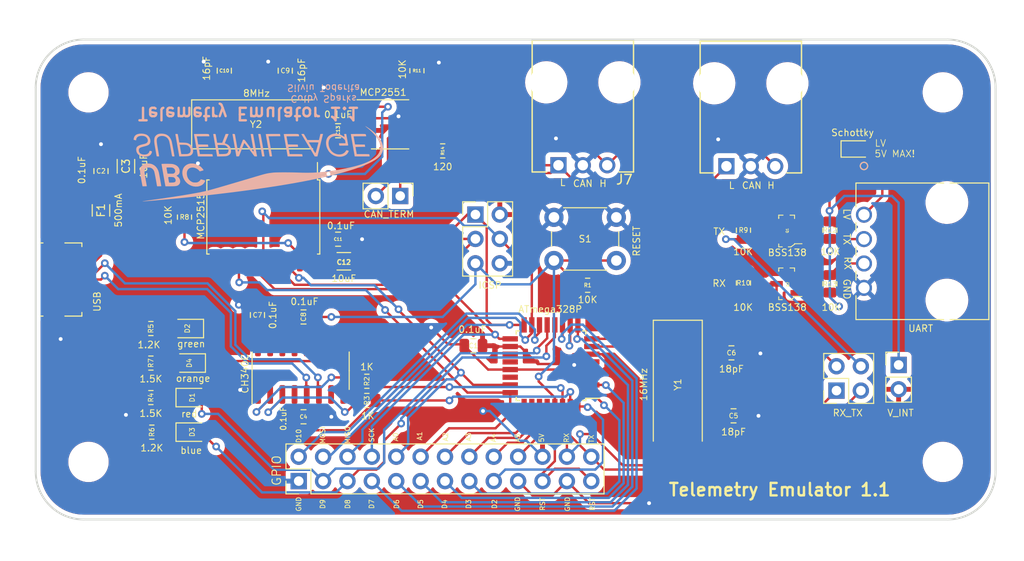
<source format=kicad_pcb>
(kicad_pcb (version 20211014) (generator pcbnew)
  (layers (0 "F.Cu" signal) (31 "B.Cu" signal) (34 "B.Paste" user) (35 "F.Paste" user) (36 "B.SilkS" user "B.Silkscreen") (37 "F.SilkS" user "F.Silkscreen") (38 "B.Mask" user) (39 "F.Mask" user) (44 "Edge.Cuts" user))
  (net 0 "")
  (net 1 "+5V")
  (net 2 "Earth")
  (net 3 "Net-(C5-Pad1)")
  (net 4 "Net-(C6-Pad1)")
  (net 5 "Net-(F1-Pad1)")
  (net 6 "MISO")
  (net 7 "SCK")
  (net 8 "MOSI")
  (net 9 "reset")
  (net 10 "D3")
  (net 11 "D4")
  (net 12 "D5")
  (net 13 "D6")
  (net 14 "D7")
  (net 15 "D8")
  (net 16 "D9")
  (net 20 "CAN_CS")
  (net 21 "CAN_INT")
  (net 22 "D10")
  (net 23 "A2")
  (net 24 "A3")
  (net 25 "A4")
  (net 26 "RX_USB")
  (net 27 "TX")
  (net 28 "A5")
  (net 30 "CANL")
  (net 31 "CANH")
  (net 33 "RX")
  (net 34 "TX_EXT")
  (net 35 "RX_EXT")
  (net 36 "D2")
  (net 37 "Net-(C8-Pad1)")
  (net 46 "Net-(C4-Pad2)")
  (net 47 "Net-(C9-Pad1)")
  (net 48 "Net-(D2-Pad2)")
  (net 49 "Net-(IC2-Pad1)")
  (net 50 "Net-(IC2-Pad2)")
  (net 57 "Net-(IC3-Pad8)")
  (net 58 "Net-(J1-Pad2)")
  (net 59 "Net-(J1-Pad3)")
  (net 60 "Net-(D4-Pad2)")
  (net 61 "Net-(D3-Pad1)")
  (net 62 "Net-(D1-Pad1)")
  (net 63 "Net-(R2-Pad1)")
  (net 64 "Net-(R3-Pad2)")
  (net 65 "Net-(J4-Pad1)")
  (net 66 "V_EXT")
  (net 67 "Net-(IC2-Pad17)")
  (net 68 "Net-(C10-Pad1)")
  (net 69 "Net-(D5-Pad2)")
  (net 70 "TX_USB")
  (footprint "Capacitor_SMD:C_0805_2012Metric" (layer "F.Cu") (at 157.48 92.642)
    (fp_text reference "C6")
    (fp_text value "18pF")
  )
  (footprint "Resistor_SMD:R_0805_2012Metric" (layer "F.Cu") (at 97 97.3)
    (fp_text reference "R4")
    (fp_text value "1.5K")
  )
  (footprint "Resistor_SMD:R_0805_2012Metric" (layer "F.Cu") (at 97 90.106)
    (fp_text reference "R5")
    (fp_text value "1.2K")
  )
  (footprint "MountingHole:MountingHole_3.2mm_M3" (layer "F.Cu") (at 179.5 104)
    (fp_text reference "H3")
    (fp_text value "MountingHole")
  )
  (footprint "Capacitor_SMD:C_1206_3216Metric" (layer "F.Cu") (at 94.4 73.2 90)
    (fp_text reference "C3")
    (fp_text value "10uF")
  )
  (footprint "Package_SO:SOIC-16_3.9x9.9mm_P1.27mm" (layer "F.Cu") (at 112.6 94.5 90)
    (fp_text reference "U1")
    (fp_text value "CH340C")
  )
  (footprint "Capacitor_SMD:C_0805_2012Metric" (layer "F.Cu") (at 157.7 99.2)
    (fp_text reference "C5")
    (fp_text value "18pF")
  )
  (footprint "Fuse:Fuse_1206_3216Metric" (layer "F.Cu") (at 91.8 77.8 90)
    (fp_text reference "F1")
    (fp_text value "500mA")
  )
  (footprint "digikey-footprints:SOT-23-3" (layer "F.Cu") (at 163.2325 79.947 180)
    (fp_text reference "Q1")
    (fp_text value "BSS138")
  )
  (footprint "Capacitor_SMD:C_0805_2012Metric" (layer "F.Cu") (at 104.648 63.246 90)
    (fp_text reference "C10")
    (fp_text value "16pF")
  )
  (footprint "Resistor_SMD:R_0805_2012Metric" (layer "F.Cu") (at 167.7325 85.447 -90)
    (fp_text reference "R13")
    (fp_text value "10K")
  )
  (footprint "LED_SMD:LED_0805_2012Metric" (layer "F.Cu") (at 101.3 100.9)
    (fp_text reference "D3")
    (fp_text value "blue")
  )
  (footprint "Button_Switch_THT:SW_PUSH_6mm" (layer "F.Cu") (at 138.99 78.522)
    (fp_text reference "S1")
    (fp_text value "RESET")
  )
  (footprint "Crystal:Crystal_SMD_HC49-SD" (layer "F.Cu") (at 107.95 68.834)
    (fp_text reference "Y2")
    (fp_text value "8MHz")
  )
  (footprint "Capacitor_SMD:C_0805_2012Metric" (layer "F.Cu") (at 112.9 88.9)
    (fp_text reference "C8")
    (fp_text value "0.1uF")
  )
  (footprint "Connector_PinHeader_2.54mm:PinHeader_2x03_P2.54mm_Vertical" (layer "F.Cu") (at 130.81 78.232)
    (fp_text reference "H1")
    (fp_text value "ICSP")
  )
  (footprint "Capacitor_SMD:C_0805_2012Metric" (layer "F.Cu") (at 130.6 91.9 180)
    (fp_text reference "C1")
    (fp_text value "0.1uF")
  )
  (footprint "Resistor_SMD:R_0805_2012Metric" (layer "F.Cu") (at 119.5 97.6 180)
    (fp_text reference "R3")
    (fp_text value "1K")
  )
  (footprint "MountingHole:MountingHole_3.2mm_M3" (layer "F.Cu") (at 90.5 104)
    (fp_text reference "H4")
    (fp_text value "MountingHole")
  )
  (footprint "Capacitor_SMD:C_0805_2012Metric" (layer "F.Cu") (at 112.9 99.3 180)
    (fp_text reference "C4")
    (fp_text value "0.1uF")
  )
  (footprint "Package_SO:SOIC-8_3.9x4.9mm_P1.27mm" (layer "F.Cu") (at 121.92 68.834)
    (fp_text reference "IC3")
    (fp_text value "MCP2551")
  )
  (footprint "Capacitor_SMD:C_0805_2012Metric" (layer "F.Cu") (at 91.8 73.7 -90)
    (fp_text reference "C2")
    (fp_text value "0.1uF")
  )
  (footprint "Capacitor_SMD:C_0805_2012Metric" (layer "F.Cu") (at 110.998 63.246 90)
    (fp_text reference "C9")
    (fp_text value "16pF")
  )
  (footprint "Connector_Molex:molex-sl-1x03-horizontal" (layer "F.Cu") (at 142 67 180)
    (fp_text reference "J7")
    (fp_text value "CAN")
  )
  (footprint "Capacitor_SMD:C_0805_2012Metric" (layer "F.Cu") (at 108.1 88.7 90)
    (fp_text reference "C7")
    (fp_text value "0.1uF")
  )
  (footprint "Package_SO:SOIC-18W_7.5x11.6mm_P1.27mm" (layer "F.Cu") (at 108.712 78.486 -90)
    (fp_text reference "IC2")
    (fp_text value "MCP2515")
  )
  (footprint "MountingHole:MountingHole_3.2mm_M3" (layer "F.Cu") (at 179.5 65.5)
    (fp_text reference "H2")
    (fp_text value "MountingHole")
  )
  (footprint "Capacitor_SMD:C_0805_2012Metric" (layer "F.Cu") (at 116.5 69.5 180)
    (fp_text reference "C13")
    (fp_text value "0.1uF")
  )
  (footprint "MountingHole:MountingHole_3.2mm_M3" (layer "F.Cu") (at 90.5 65.5)
    (fp_text reference "H5")
    (fp_text value "MountingHole")
  )
  (footprint "Connector_Molex:molex-sl-1x03-horizontal" (layer "F.Cu") (at 159.5 67.1 180)
    (fp_text reference "J8")
    (fp_text value "CAN")
  )
  (footprint "Capacitor_SMD:C_0805_2012Metric" (layer "F.Cu") (at 116.5 80.8)
    (fp_text reference "C11")
    (fp_text value "0.1uF")
  )
  (footprint "Resistor_SMD:R_0805_2012Metric" (layer "F.Cu") (at 97.1 100.9)
    (fp_text reference "R6")
    (fp_text value "1.2K")
  )
  (footprint "Resistor_SMD:R_0805_2012Metric" (layer "F.Cu") (at 124.714 63.246 -90)
    (fp_text reference "R11")
    (fp_text value "10K")
  )
  (footprint "Molex_SL:molex_sl_1x04_horizontal" (layer "F.Cu") (at 171.2885 78.2495 -90)
    (fp_text reference "J6")
    (fp_text value "UART")
  )
  (footprint "Resistor_SMD:R_0805_2012Metric" (layer "F.Cu") (at 127.4 71.6)
    (fp_text reference "R14")
    (fp_text value "120")
  )
  (footprint "Resistor_SMD:R_0805_2012Metric" (layer "F.Cu") (at 119.5 95.6)
    (fp_text reference "R2")
    (fp_text value "1K")
  )
  (footprint "Resistor_SMD:R_0805_2012Metric" (layer "F.Cu") (at 100.5 78.5 90)
    (fp_text reference "R8")
    (fp_text value "10K")
  )
  (footprint "Resistor_SMD:R_0805_2012Metric" (layer "F.Cu") (at 158.7325 79.8595 -90)
    (fp_text reference "R9")
    (fp_text value "10K")
  )
  (footprint "digikey-footprints:SOT-23-3" (layer "F.Cu") (at 163.2325 85.447 180)
    (fp_text reference "Q2")
    (fp_text value "BSS138")
  )
  (footprint "Package_QFP:TQFP-32_7x7mm_P0.8mm" (layer "F.Cu") (at 138.684 93.98 180)
    (fp_text reference "IC1")
    (fp_text value "ATmega328P")
  )
  (footprint "Resistor_SMD:R_0805_2012Metric" (layer "F.Cu") (at 142.5 85.6 180)
    (fp_text reference "R1")
    (fp_text value "10K")
  )
  (footprint "Connector_USB:USB_Micro-B_Molex_47346-0001" (layer "F.Cu") (at 88.1 85 -90)
    (fp_text reference "J1")
    (fp_text value "USB")
  )
  (footprint "LED_SMD:LED_0805_2012Metric" (layer "F.Cu") (at 100.8 90.106 180)
    (fp_text reference "D2")
    (fp_text value "green")
  )
  (footprint "Resistor_SMD:R_0805_2012Metric" (layer "F.Cu") (at 167.7325 79.8595 -90)
    (fp_text reference "R12")
    (fp_text value "10K")
  )
  (footprint "Connector_PinHeader_2.54mm:PinHeader_1x02_P2.54mm_Vertical" (layer "F.Cu") (at 174.9 93.9)
    (fp_text reference "J5")
    (fp_text value "V_INT")
  )
  (footprint "Connector_PinHeader_2.54mm:PinHeader_1x02_P2.54mm_Vertical" (layer "F.Cu") (at 122.975 76.3 -90)
    (fp_text reference "J4")
    (fp_text value "CAN_TERM")
  )
  (footprint "Diode_SMD:D_SOD-323" (layer "F.Cu") (at 170.4 71.4)
    (fp_text reference "D5")
    (fp_text value "Schottky")
  )
  (footprint "LED_SMD:LED_0805_2012Metric" (layer "F.Cu") (at 101 93.7 180)
    (fp_text reference "D4")
    (fp_text value "orange")
  )
  (footprint "LED_SMD:LED_0805_2012Metric" (layer "F.Cu") (at 101.3 97.3)
    (fp_text reference "D1")
    (fp_text value "red")
  )
  (footprint "Capacitor_SMD:C_1206_3216Metric" (layer "F.Cu") (at 117.1 83.1)
    (fp_text reference "C12")
    (fp_text value "10uF")
  )
  (footprint "Resistor_SMD:R_0805_2012Metric" (layer "F.Cu") (at 97 93.706)
    (fp_text reference "R7")
    (fp_text value "1.5K")
  )
  (footprint "Crystal:Crystal_SMD_HC49-SD" (layer "F.Cu") (at 151.892 95.944 -90)
    (fp_text reference "Y1")
    (fp_text value "16MHz")
  )
  (footprint "Connector_PinHeader_2.54mm:PinHeader_2x02_P2.54mm_Vertical" (layer "F.Cu") (at 168.425 96.575 90)
    (fp_text reference "J2")
    (fp_text value "RX_TX")
  )
  (footprint "Resistor_SMD:R_0805_2012Metric" (layer "F.Cu") (at 158.7325 85.3595 -90)
    (fp_text reference "R10")
    (fp_text value "10K")
  )
  (footprint "Connector_PinHeader_2.54mm:PinHeader_2x13_P2.54mm_Vertical" (layer "F.Cu") (at 112.4 106 90)
    (fp_text reference "J3")
    (fp_text value "GPIO")
  )
  (footprint "LOGO" (layer "B.Cu") (at 108 72.2)
    (fp_text reference "G***")
    (fp_text value "LOGO" hide)
  )
  (gr_arc (start 180 60) (mid 183.535534 61.464466) (end 185 65) (layer "Edge.Cuts") (width 0.2))
  (gr_line (start 90 110) (end 180 110) (layer "Edge.Cuts") (width 0.2))
  (gr_rect (start 185 110) (end 185 110) (layer "Edge.Cuts") (width 0.1) (fill none))
  (gr_line (start 185 105) (end 185 65) (layer "Edge.Cuts") (width 0.2))
  (gr_arc (start 185 105) (mid 183.535534 108.535534) (end 180 110) (layer "Edge.Cuts") (width 0.2))
  (gr_line (start 85 105) (end 85 65) (layer "Edge.Cuts") (width 0.2))
  (gr_arc (start 85 65) (mid 86.464466 61.464466) (end 90 60) (layer "Edge.Cuts") (width 0.2))
  (gr_arc (start 90 110) (mid 86.464466 108.535534) (end 85 105) (layer "Edge.Cuts") (width 0.2))
  (gr_line (start 90 60) (end 180 60) (layer "Edge.Cuts") (width 0.2))
  (gr_text "Telemetry Emulator 1.1" (at 107.2 67.7 180) (layer "B.SilkS") (effects (font (size 1.3 1.3) (thickness 0.25)) (justify mirror)))
  (gr_text "Colby Sparks\nSilviu Toderita" (at 115 65.6 180) (layer "B.SilkS") (effects (font (size 0.7 0.7) (thickness 0.1)) (justify mirror)))
  (gr_text "Telemetry Emulator 1.1" (at 162.5 106.9) (layer "F.SilkS") (effects (font (size 1.3 1.3) (thickness 0.25))))
  (gr_text "RX" (at 169.6 83.3 270) (layer "F.SilkS") (effects (font (size 0.7 0.7) (thickness 0.1))))
  (gr_text "GND" (at 169.5 86 270) (layer "F.SilkS") (effects (font (size 0.7 0.7) (thickness 0.1))))
  (gr_text "LV" (at 169.5 78.2 270) (layer "F.SilkS") (effects (font (size 0.7 0.7) (thickness 0.1))))
  (gr_text "TX" (at 169.5 80.8 270) (layer "F.SilkS") (effects (font (size 0.7 0.7) (thickness 0.1))))
  (segment (start 135.484 91.98) (end 137.304 93.8) (width 0.25) (layer "F.Cu") (net 1))
  (segment (start 140 93.8) (end 141.02 92.78) (width 0.25) (layer "F.Cu") (net 1))
  (segment (start 134.434 91.98) (end 135.484 91.98) (width 0.25) (layer "F.Cu") (net 1))
  (segment (start 143.98 92.78) (end 144.4 93.2) (width 0.25) (layer "F.Cu") (net 1))
  (segment (start 144.4 93.2) (end 144.4 94.2) (width 0.25) (layer "F.Cu") (net 1))
  (segment (start 141.02 92.78) (end 142.934 92.78) (width 0.25) (layer "F.Cu") (net 1))
  (segment (start 142.934 92.78) (end 143.98 92.78) (width 0.25) (layer "F.Cu") (net 1))
  (segment (start 144.22 94.38) (end 142.934 94.38) (width 0.25) (layer "F.Cu") (net 1))
  (segment (start 131.63 91.98) (end 134.434 91.98) (width 0.25) (layer "F.Cu") (net 1))
  (segment (start 137.304 93.8) (end 140 93.8) (width 0.25) (layer "F.Cu") (net 1))
  (segment (start 144.4 94.2) (end 144.22 94.38) (width 0.25) (layer "F.Cu") (net 1))
  (via (at 131.6 98.7) (size 0.8) (drill 0.4) (layers "F.Cu" "B.Cu") (net 1))
  (segment (start 135.4 101.8) (end 136.14 101.8) (width 0.25) (layer "B.Cu") (net 1))
  (segment (start 136.14 101.8) (end 137.8 103.46) (width 0.25) (layer "B.Cu") (net 1))
  (segment (start 132.3 98.7) (end 135.4 101.8) (width 0.25) (layer "B.Cu") (net 1))
  (segment (start 131.6 98.7) (end 132.3 98.7) (width 0.25) (layer "B.Cu") (net 1))
  (segment (start 106.174598 87.65) (end 106.158698 87.6341) (width 0.25) (layer "F.Cu") (net 2))
  (segment (start 115.55 65.55) (end 115.55 69.5) (width 0.25) (layer "F.Cu") (net 2))
  (segment (start 108.1 87.65) (end 106.174598 87.65) (width 0.25) (layer "F.Cu") (net 2))
  (segment (start 141.1 94.271) (end 142.009 95.18) (width 0.25) (layer "F.Cu") (net 2))
  (segment (start 115.8 99.3) (end 113.85 99.3) (width 0.25) (layer "F.Cu") (net 2))
  (segment (start 142.009 95.18) (end 142.934 95.18) (width 0.25) (layer "F.Cu") (net 2))
  (segment (start 106.3 96.5) (end 106.775 96.975) (width 0.25) (layer "F.Cu") (net 2))
  (segment (start 141.42 93.58) (end 142.934 93.58) (width 0.25) (layer "F.Cu") (net 2))
  (segment (start 140.62 94.38) (end 134.434 94.38) (width 0.25) (layer "F.Cu") (net 2))
  (segment (start 139.205 70.3) (end 139.2 70.3) (width 0.25) (layer "F.Cu") (net 2))
  (segment (start 127 62.4) (end 126.9335 62.3335) (width 0.25) (layer "F.Cu") (net 2))
  (segment (start 118.575 81.225) (end 119 80.8) (width 0.25) (layer "F.Cu") (net 2))
  (segment (start 122.8 68) (end 122.601 68.199) (width 0.25) (layer "F.Cu") (net 2))
  (segment (start 141.1 93.9) (end 141.42 93.58) (width 0.25) (layer "F.Cu") (net 2))
  (segment (start 118.575 83.1) (end 118.575 81.225) (width 0.25) (layer "F.Cu") (net 2))
  (segment (start 106.775 96.975) (end 108.155 96.975) (width 0.25) (layer "F.Cu") (net 2))
  (segment (start 104.644 62.3) (end 104.648 62.296) (width 0.25) (layer "F.Cu") (net 2))
  (segment (start 142.64 108.3) (end 140.34 106) (width 0.25) (layer "F.Cu") (net 2))
  (segment (start 159.5 73.195) (end 156.605 70.3) (width 0.25) (layer "F.Cu") (net 2))
  (segment (start 89.56 86.3) (end 87.15 86.3) (width 0.25) (layer "F.Cu") (net 2))
  (segment (start 142 73.095) (end 139.205 70.3) (width 0.25) (layer "F.Cu") (net 2))
  (segment (start 89.475 82.5125) (end 87.7875 82.5125) (width 0.25) (layer "F.Cu") (net 2))
  (segment (start 87.7875 82.5125) (end 86.9 81.625) (width 0.25) (layer "F.Cu") (net 2))
  (segment (start 160.5 92.7) (end 158.488 92.7) (width 0.25) (layer "F.Cu") (net 2))
  (segment (start 91.8 70.9) (end 93.575 70.9) (width 0.25) (layer "F.Cu") (net 2))
  (segment (start 109.224 62.296) (end 109.22 62.3) (width 0.25) (layer "F.Cu") (net 2))
  (segment (start 87.6 91.2) (end 87.171 90.771) (width 0.25) (layer "F.Cu") (net 2))
  (segment (start 158.488 92.7) (end 158.43 92.642) (width 0.25) (layer "F.Cu") (net 2))
  (segment (start 148.9 108.3) (end 142.64 108.3) (width 0.25) (layer "F.Cu") (net 2))
  (segment (start 96.1875 100.8875) (end 94.4 99.1) (width 0.25) (layer "F.Cu") (net 2))
  (segment (start 86.9 86.55) (end 86.9 83.85) (width 0.25) (layer "F.Cu") (net 2))
  (segment (start 93.575 70.9) (end 94.4 71.725) (width 0.25) (layer "F.Cu") (net 2))
  (segment (start 87.171 88.646) (end 86.9 88.375) (width 0.25) (layer "F.Cu") (net 2))
  (segment (start 141.1 93.9) (end 140.62 94.38) (width 0.25) (layer "F.Cu") (net 2))
  (segment (start 117.45 80.8) (end 119 80.8) (width 0.25) (layer "F.Cu") (net 2))
  (segment (start 87.171 90.771) (end 87.171 88.646) (width 0.25) (layer "F.Cu") (net 2))
  (segment (start 136.76 107.5) (end 135.26 106) (width 0.25) (layer "F.Cu") (net 2))
  (segment (start 86.9 83.85) (end 86.9 81.625) (width 0.25) (layer "F.Cu") (net 2))
  (segment (start 141.1 93.9) (end 141.1 94.271) (width 0.25) (layer "F.Cu") (net 2))
  (segment (start 129.65 91.9) (end 132.13 94.38) (width 0.25) (layer "F.Cu") (net 2))
  (segment (start 103.632 73.836) (end 102.836 73.836) (width 0.25) (layer "F.Cu") (net 2))
  (segment (start 86.9 88.375) (end 86.9 86.55) (width 0.25) (layer "F.Cu") (net 2))
  (segment (start 115 65) (end 115.55 65.55) (width 0.25) (layer "F.Cu") (net 2))
  (segment (start 127.95 91.75) (end 129.65 91.75) (width 0.25) (layer "F.Cu") (net 2))
  (segment (start 126.2 90) (end 127.95 91.75) (width 0.25) (layer "F.Cu") (net 2))
  (segment (start 138.84 107.5) (end 136.76 107.5) (width 0.25) (layer "F.Cu") (net 2))
  (segment (start 158.65 99.2) (end 160.3 99.2) (width 0.25) (layer "F.Cu") (net 2))
  (segment (start 140.34 106) (end 138.84 107.5) (width 0.25) (layer "F.Cu") (net 2))
  (segment (start 102.5 62.3) (end 104.644 62.3) (width 0.25) (layer "F.Cu") (net 2))
  (segment (start 87.15 86.3) (end 86.9 86.55) (width 0.25) (layer "F.Cu") (net 2))
  (segment (start 86.9 88.375) (end 88.5875 88.375) (width 0.25) (layer "F.Cu") (net 2))
  (segment (start 96.1875 100.9) (end 96.1875 100.8875) (width 0.25) (layer "F.Cu") (net 2))
  (segment (start 91.8 70.9) (end 91.8 72.75) (width 0.25) (layer "F.Cu") (net 2))
  (segment (start 88.5875 88.375) (end 89.475 87.4875) (width 0.25) (layer "F.Cu") (net 2))
  (segment (start 96.0875 97.3) (end 96.0875 97.4125) (width 0.25) (layer "F.Cu") (net 2))
  (segment (start 96.0875 97.4125) (end 94.4 99.1) (width 0.25) (layer "F.Cu") (net 2))
  (segment (start 132.13 94.38) (end 134.434 94.38) (width 0.25) (layer "F.Cu") (net 2))
  (segment (start 156.605 70.3) (end 156.5 70.3) (width 0.25) (layer "F.Cu") (net 2))
  (segment (start 122.601 68.199) (end 119.445 68.199) (width 0.25) (layer "F.Cu") (net 2))
  (segment (start 126.9335 62.3335) (end 124.714 62.3335) (width 0.25) (layer "F.Cu") (net 2))
  (segment (start 110.998 62.296) (end 109.224 62.296) (width 0.25) (layer "F.Cu") (net 2))
  (segment (start 102.836 73.836) (end 101.9 72.9) (width 0.25) (layer "F.Cu") (net 2))
  (via (at 106.158698 87.6341) (size 0.8) (drill 0.4) (layers "F.Cu" "B.Cu") (net 2))
  (via (at 139.2 70.3) (size 0.8) (drill 0.4) (layers "F.Cu" "B.Cu") (net 2))
  (via (at 106.3 96.5) (size 0.8) (drill 0.4) (layers "F.Cu" "B.Cu") (net 2))
  (via (at 101.9 72.9) (size 0.8) (drill 0.4) (layers "F.Cu" "B.Cu") (net 2))
  (via (at 115 65) (size 0.8) (drill 0.4) (layers "F.Cu" "B.Cu") (net 2))
  (via (at 119 80.8) (size 0.8) (drill 0.4) (layers "F.Cu" "B.Cu") (net 2))
  (via (at 141.1 93.9) (size 0.8) (drill 0.4) (layers "F.Cu" "B.Cu") (net 2))
  (via (at 122.8 68) (size 0.8) (drill 0.4) (layers "F.Cu" "B.Cu") (net 2))
  (via (at 126.2 90) (size 0.8) (drill 0.4) (layers "F.Cu" "B.Cu") (net 2))
  (via (at 109.22 62.3) (size 0.8) (drill 0.4) (layers "F.Cu" "B.Cu") (net 2))
  (via (at 127 62.4) (size 0.8) (drill 0.4) (layers "F.Cu" "B.Cu") (net 2))
  (via (at 160.3 99.2) (size 0.8) (drill 0.4) (layers "F.Cu" "B.Cu") (net 2))
  (via (at 156.1 70.4) (size 0.8) (drill 0.4) (layers "F.Cu" "B.Cu") (net 2))
  (via (at 94.4 99.1) (size 0.8) (drill 0.4) (layers "F.Cu" "B.Cu") (net 2))
  (via (at 115.8 99.3) (size 0.8) (drill 0.4) (layers "F.Cu" "B.Cu") (net 2))
  (via (at 91.8 70.9) (size 0.8) (drill 0.4) (layers "F.Cu" "B.Cu") (net 2))
  (via (at 87.6 91.2) (size 0.8) (drill 0.4) (layers "F.Cu" "B.Cu") (net 2))
  (via (at 102.5 62.3) (size 0.8) (drill 0.4) (layers "F.Cu" "B.Cu") (net 2))
  (via (at 160.5 92.7) (size 0.8) (drill 0.4) (layers "F.Cu" "B.Cu") (net 2))
  (via (at 148.9 108.3) (size 0.8) (drill 0.4) (layers "F.Cu" "B.Cu") (net 2))
  (segment (start 155.756 100.194) (end 151.892 100.194) (width 0.25) (layer "F.Cu") (net 3))
  (segment (start 149.3 95.7) (end 149.3 99.3) (width 0.25) (layer "F.Cu") (net 3))
  (segment (start 156.75 99.2) (end 155.756 100.194) (width 0.25) (layer "F.Cu") (net 3))
  (segment (start 149.3 99.3) (end 150.194 100.194) (width 0.25) (layer "F.Cu") (net 3))
  (segment (start 145.58 91.98) (end 149.3 95.7) (width 0.25) (layer "F.Cu") (net 3))
  (segment (start 150.194 100.194) (end 151.892 100.194) (width 0.25) (layer "F.Cu") (net 3))
  (segment (start 142.934 91.98) (end 145.58 91.98) (width 0.25) (layer "F.Cu") (net 3))
  (segment (start 155.582 91.694) (end 151.892 91.694) (width 0.25) (layer "F.Cu") (net 4))
  (segment (start 142.934 91.18) (end 151.378 91.18) (width 0.25) (layer "F.Cu") (net 4))
  (segment (start 151.378 91.18) (end 151.892 91.694) (width 0.25) (layer "F.Cu") (net 4))
  (segment (start 156.53 92.642) (end 155.582 91.694) (width 0.25) (layer "F.Cu") (net 4))
  (segment (start 91.8 82.5) (end 91.8 79.2) (width 0.25) (layer "F.Cu") (net 5))
  (segment (start 90.6 83.7) (end 91.8 82.5) (width 0.25) (layer "F.Cu") (net 5))
  (segment (start 89.66 83.7) (end 90.6 83.7) (width 0.25) (layer "F.Cu") (net 5))
  (segment (start 131.985 89.210305) (end 131.985 79.407) (width 0.25) (layer "F.Cu") (net 6))
  (segment (start 129.968 78.232) (end 122.65 85.55) (width 0.25) (layer "F.Cu") (net 6))
  (segment (start 134.37 89.73) (end 132.504695 89.73) (width 0.25) (layer "F.Cu") (net 6))
  (segment (start 131.985 79.407) (end 130.81 78.232) (width 0.25) (layer "F.Cu") (net 6))
  (segment (start 122.65 85.55) (end 111.969249 85.55) (width 0.25) (layer "F.Cu") (net 6))
  (segment (start 109.982 83.562751) (end 109.982 83.136) (width 0.25) (layer "F.Cu") (net 6))
  (segment (start 130.81 78.232) (end 129.968 78.232) (width 0.25) (layer "F.Cu") (net 6))
  (segment (start 111.969249 85.55) (end 109.982 83.562751) (width 0.25) (layer "F.Cu") (net 6))
  (segment (start 135.884 89.73) (end 134.37 89.73) (width 0.25) (layer "F.Cu") (net 6))
  (segment (start 132.504695 89.73) (end 131.985 89.210305) (width 0.25) (layer "F.Cu") (net 6))
  (via (at 134.37 89.73) (size 0.8) (drill 0.4) (layers "F.Cu" "B.Cu") (net 6))
  (segment (start 134.37 89.73) (end 129.942792 89.73) (width 0.25) (layer "B.Cu") (net 6))
  (segment (start 129.942792 89.73) (end 119.04 100.632792) (width 0.25) (layer "B.Cu") (net 6))
  (segment (start 119.04 100.632792) (end 119.04 101.9) (width 0.25) (layer "B.Cu") (net 6))
  (segment (start 119.04 101.9) (end 117.48 103.46) (width 0.25) (layer "B.Cu") (net 6))
  (segment (start 128.6 86.474695) (end 128.6 82.982) (width 0.25) (layer "F.Cu") (net 7))
  (segment (start 132.862652 90.737348) (end 128.6 86.474695) (width 0.25) (layer "F.Cu") (net 7))
  (segment (start 133.305305 91.18) (end 132.862652 90.737348) (width 0.25) (layer "F.Cu") (net 7))
  (segment (start 128.528 80.772) (end 123.3 86) (width 0.25) (layer "F.Cu") (net 7))
  (segment (start 107.442 83.562751) (end 107.442 83.136) (width 0.25) (layer "F.Cu") (net 7))
  (segment (start 109.879249 86) (end 107.442 83.562751) (width 0.25) (layer "F.Cu") (net 7))
  (segment (start 123.3 86) (end 109.879249 86) (width 0.25) (layer "F.Cu") (net 7))
  (segment (start 128.6 82.982) (end 130.81 80.772) (width 0.25) (layer "F.Cu") (net 7))
  (segment (start 134.434 91.18) (end 133.305305 91.18) (width 0.25) (layer "F.Cu") (net 7))
  (segment (start 130.81 80.772) (end 128.528 80.772) (width 0.25) (layer "F.Cu") (net 7))
  (via (at 132.862652 90.737348) (size 0.8) (drill 0.4) (layers "F.Cu" "B.Cu") (net 7))
  (segment (start 129.57184 90.737348) (end 132.862652 90.737348) (width 0.25) (layer "B.Cu") (net 7))
  (segment (start 120.02 100.289188) (end 129.57184 90.737348) (width 0.25) (layer "B.Cu") (net 7))
  (segment (start 120.02 103.46) (end 120.02 100.289188) (width 0.25) (layer "B.Cu") (net 7))
  (segment (start 136.684 89.73) (end 136.684 84.106) (width 0.25) (layer "F.Cu") (net 8))
  (segment (start 136 91.3) (end 136 91.274198) (width 0.25) (layer "F.Cu") (net 8))
  (segment (start 108.6 77.9) (end 108.712 78.012) (width 0.25) (layer "F.Cu") (net 8))
  (segment (start 136.687099 89.733099) (end 136.684 89.73) (width 0.25) (layer "F.Cu") (net 8))
  (segment (start 136 91.274198) (end 136.687099 90.587099) (width 0.25) (layer "F.Cu") (net 8))
  (segment (start 108.712 78.012) (end 108.712 83.136) (width 0.25) (layer "F.Cu") (net 8))
  (segment (start 136.687099 90.587099) (end 136.687099 89.733099) (width 0.25) (layer "F.Cu") (net 8))
  (segment (start 136.684 84.106) (end 133.35 80.772) (width 0.25) (layer "F.Cu") (net 8))
  (via (at 108.6 77.9) (size 0.8) (drill 0.4) (layers "F.Cu" "B.Cu") (net 8))
  (via (at 136 91.3) (size 0.8) (drill 0.4) (layers "F.Cu" "B.Cu") (net 8))
  (segment (start 131.985 79.407) (end 133.35 80.772) (width 0.25) (layer "B.Cu") (net 8))
  (segment (start 115.54 103.46) (end 114.94 103.46) (width 0.25) (layer "B.Cu") (net 8))
  (segment (start 128.828 78.6) (end 129.635 79.407) (width 0.25) (layer "B.Cu") (net 8))
  (segment (start 135.5 90.8) (end 135.5 89.5) (width 0.25) (layer "B.Cu") (net 8))
  (segment (start 135.5 89.5) (end 135 89) (width 0.25) (layer "B.Cu") (net 8))
  (segment (start 129.635 79.407) (end 131.985 79.407) (width 0.25) (layer "B.Cu") (net 8))
  (segment (start 135 89) (end 130.036396 89) (width 0.25) (layer "B.Cu") (net 8))
  (segment (start 108.6 77.9) (end 109.3 78.6) (width 0.25) (layer "B.Cu") (net 8))
  (segment (start 130.036396 89) (end 115.576396 103.46) (width 0.25) (layer "B.Cu") (net 8))
  (segment (start 115.576396 103.46) (end 114.94 103.46) (width 0.25) (layer "B.Cu") (net 8))
  (segment (start 136 91.3) (end 135.5 90.8) (width 0.25) (layer "B.Cu") (net 8))
  (segment (start 109.3 78.6) (end 128.828 78.6) (width 0.25) (layer "B.Cu") (net 8))
  (segment (start 137.4 95.621) (end 139.084 97.305) (width 0.25) (layer "F.Cu") (net 9))
  (segment (start 141.5875 85.6) (end 141.568 85.6) (width 0.25) (layer "F.Cu") (net 9))
  (segment (start 141.568 85.6) (end 138.99 83.022) (width 0.25) (layer "F.Cu") (net 9))
  (segment (start 137.4 95.1045) (end 137.4 95.621) (width 0.25) (layer "F.Cu") (net 9))
  (segment (start 137.8 105.2) (end 137.8 106) (width 0.25) (layer "F.Cu") (net 9))
  (segment (start 113.85 88.9) (end 115.8 88.9) (width 0.25) (layer "F.Cu") (net 9))
  (segment (start 139.084 104.716) (end 141.596 104.716) (width 0.25) (layer "F.Cu") (net 9))
  (segment (start 145.49 83.022) (end 138.99 83.022) (width 0.25) (layer "F.Cu") (net 9))
  (segment (start 139.084 103.916) (end 137.8 105.2) (width 0.25) (layer "F.Cu") (net 9))
  (segment (start 139.084 104.716) (end 137.8 106) (width 0.25) (layer "F.Cu") (net 9))
  (segment (start 139.084 97.305) (end 139.084 98.23) (width 0.25) (layer "F.Cu") (net 9))
  (segment (start 139.084 98.23) (end 139.084 103.916) (width 0.25) (layer "F.Cu") (net 9))
  (segment (start 141.596 104.716) (end 142.88 106) (width 0.25) (layer "F.Cu") (net 9))
  (via (at 137.4 95.1045) (size 0.8) (drill 0.4) (layers "F.Cu" "B.Cu") (net 9))
  (via (at 115.8 88.9) (size 0.8) (drill 0.4) (layers "F.Cu" "B.Cu") (net 9))
  (segment (start 136.512 85.5) (end 138.99 83.022) (width 0.25) (layer "B.Cu") (net 9))
  (segment (start 127.4 88.9) (end 130.81 85.49) (width 0.25) (layer "B.Cu") (net 9))
  (segment (start 115.8 88.9) (end 127.4 88.9) (width 0.25) (layer "B.Cu") (net 9))
  (segment (start 138.99 93.5145) (end 138.99 83.022) (width 0.25) (layer "B.Cu") (net 9))
  (segment (start 137.4 95.1045) (end 138.99 93.5145) (width 0.25) (layer "B.Cu") (net 9))
  (segment (start 130.81 85.49) (end 130.81 83.312) (width 0.25) (layer "B.Cu") (net 9))
  (segment (start 132.998 85.5) (end 130.81 83.312) (width 0.25) (layer "B.Cu") (net 9))
  (segment (start 136.512 85.5) (end 132.998 85.5) (width 0.25) (layer "B.Cu") (net 9))
  (segment (start 144.2 98.046) (end 142.934 96.78) (width 0.25) (layer "F.Cu") (net 10))
  (segment (start 144.2 98.1) (end 144.2 98.046) (width 0.25) (layer "F.Cu") (net 10))
  (via (at 144.2 98.1) (size 0.8) (drill 0.4) (layers "F.Cu" "B.Cu") (net 10))
  (segment (start 145.8 99.654502) (end 145.8 106.027208) (width 0.25) (layer "B.Cu") (net 10))
  (segment (start 144.2 98.1) (end 144.245498 98.1) (width 0.25) (layer "B.Cu") (net 10))
  (segment (start 144.245498 98.1) (end 145.8 99.654502) (width 0.25) (layer "B.Cu") (net 10))
  (segment (start 145.8 106.027208) (end 144.527208 107.3) (width 0.25) (layer "B.Cu") (net 10))
  (segment (start 131.48 107.3) (end 130.18 106) (width 0.25) (layer "B.Cu") (net 10))
  (segment (start 144.527208 107.3) (end 131.48 107.3) (width 0.25) (layer "B.Cu") (net 10))
  (segment (start 144.4 96) (end 144.38 95.98) (width 0.25) (layer "F.Cu") (net 11))
  (segment (start 144.38 95.98) (end 142.934 95.98) (width 0.25) (layer "F.Cu") (net 11))
  (via (at 144.4 96) (size 0.8) (drill 0.4) (layers "F.Cu" "B.Cu") (net 11))
  (segment (start 144.713604 107.75) (end 129.39 107.75) (width 0.25) (layer "B.Cu") (net 11))
  (segment (start 146.25 97.85) (end 146.25 106.213604) (width 0.25) (layer "B.Cu") (net 11))
  (segment (start 146.25 106.213604) (end 144.713604 107.75) (width 0.25) (layer "B.Cu") (net 11))
  (segment (start 129.39 107.75) (end 127.64 106) (width 0.25) (layer "B.Cu") (net 11))
  (segment (start 144.4 96) (end 146.25 97.85) (width 0.25) (layer "B.Cu") (net 11))
  (segment (start 141.484 91.116) (end 141.4 91.2) (width 0.25) (layer "F.Cu") (net 12))
  (segment (start 141.484 89.73) (end 141.484 91.116) (width 0.25) (layer "F.Cu") (net 12))
  (via (at 141.4 91.2) (size 0.8) (drill 0.4) (layers "F.Cu" "B.Cu") (net 12))
  (segment (start 127.3 108.2) (end 125.1 106) (width 0.25) (layer "B.Cu") (net 12))
  (segment (start 146.7 106.4) (end 144.9 108.2) (width 0.25) (layer "B.Cu") (net 12))
  (segment (start 146.7 96) (end 146.7 106.4) (width 0.25) (layer "B.Cu") (net 12))
  (segment (start 144.9 108.2) (end 127.3 108.2) (width 0.25) (layer "B.Cu") (net 12))
  (segment (start 141.4 91.2) (end 141.9 91.2) (width 0.25) (layer "B.Cu") (net 12))
  (segment (start 141.9 91.2) (end 146.7 96) (width 0.25) (layer "B.Cu") (net 12))
  (segment (start 140.675 89.739) (end 140.675 91.825) (width 0.25) (layer "F.Cu") (net 13))
  (segment (start 140.684 89.73) (end 140.675 89.739) (width 0.25) (layer "F.Cu") (net 13))
  (segment (start 140.675 91.825) (end 140.6 91.9) (width 0.25) (layer "F.Cu") (net 13))
  (via (at 140.6 91.9) (size 0.8) (drill 0.4) (layers "F.Cu" "B.Cu") (net 13))
  (segment (start 147.15 106.586396) (end 145.086396 108.65) (width 0.25) (layer "B.Cu") (net 13))
  (segment (start 140.6 91.9) (end 140.6 90.8) (width 0.25) (layer "B.Cu") (net 13))
  (segment (start 147.15 95.55) (end 147.15 106.586396) (width 0.25) (layer "B.Cu") (net 13))
  (segment (start 125.21 108.65) (end 122.56 106) (width 0.25) (layer "B.Cu") (net 13))
  (segment (start 145.086396 108.65) (end 125.21 108.65) (width 0.25) (layer "B.Cu") (net 13))
  (segment (start 141.2 90.2) (end 141.8 90.2) (width 0.25) (layer "B.Cu") (net 13))
  (segment (start 140.6 90.8) (end 141.2 90.2) (width 0.25) (layer "B.Cu") (net 13))
  (segment (start 141.8 90.2) (end 147.15 95.55) (width 0.25) (layer "B.Cu") (net 13))
  (segment (start 139.884 89.73) (end 139.884 91.116) (width 0.25) (layer "F.Cu") (net 14))
  (segment (start 139.884 91.116) (end 139.8 91.2) (width 0.25) (layer "F.Cu") (net 14))
  (via (at 139.8 91.2) (size 0.8) (drill 0.4) (layers "F.Cu" "B.Cu") (net 14))
  (segment (start 145.272792 109.1) (end 123.12 109.1) (width 0.25) (layer "B.Cu") (net 14))
  (segment (start 123.12 109.1) (end 120.02 106) (width 0.25) (layer "B.Cu") (net 14))
  (segment (start 140.8 89.7) (end 142 89.7) (width 0.25) (layer "B.Cu") (net 14))
  (segment (start 147.6 106.772792) (end 145.272792 109.1) (width 0.25) (layer "B.Cu") (net 14))
  (segment (start 139.8 91.2) (end 139.8 90.7) (width 0.25) (layer "B.Cu") (net 14))
  (segment (start 147.6 95.3) (end 147.6 106.772792) (width 0.25) (layer "B.Cu") (net 14))
  (segment (start 139.8 90.7) (end 140.8 89.7) (width 0.25) (layer "B.Cu") (net 14))
  (segment (start 142 89.7) (end 147.6 95.3) (width 0.25) (layer "B.Cu") (net 14))
  (segment (start 138.2 91.9) (end 138.2 93) (width 0.25) (layer "F.Cu") (net 15))
  (segment (start 103.7375 102.4) (end 102.2375 100.9) (width 0.25) (layer "F.Cu") (net 15))
  (segment (start 139.084 89.73) (end 139.084 91.016) (width 0.25) (layer "F.Cu") (net 15))
  (segment (start 139.084 91.016) (end 138.2 91.9) (width 0.25) (layer "F.Cu") (net 15))
  (segment (start 120.5 104.8) (end 118.68 104.8) (width 0.25) (layer "F.Cu") (net 15))
  (segment (start 118.68 104.8) (end 117.48 106) (width 0.25) (layer "F.Cu") (net 15))
  (segment (start 103.8 102.4) (end 103.7375 102.4) (width 0.25) (layer "F.Cu") (net 15))
  (segment (start 121.3 104) (end 120.5 104.8) (width 0.25) (layer "F.Cu") (net 15))
  (segment (start 123.0755 100) (end 121.3 101.7755) (width 0.25) (layer "F.Cu") (net 15))
  (segment (start 121.3 101.7755) (end 121.3 104) (width 0.25) (layer "F.Cu") (net 15))
  (via (at 123.0755 100) (size 0.8) (drill 0.4) (layers "F.Cu" "B.Cu") (net 15))
  (via (at 138.2 93) (size 0.8) (drill 0.4) (layers "F.Cu" "B.Cu") (net 15))
  (via (at 103.8 102.4) (size 0.8) (drill 0.4) (layers "F.Cu" "B.Cu") (net 15))
  (segment (start 103.8 102.4) (end 108.575 107.175) (width 0.25) (layer "B.Cu") (net 15))
  (segment (start 129.438604 93.125) (end 138.075 93.125) (width 0.25) (layer "B.Cu") (net 15))
  (segment (start 116.305 107.175) (end 117.48 106) (width 0.25) (layer "B.Cu") (net 15))
  (segment (start 138.075 93.125) (end 138.2 93) (width 0.25) (layer "B.Cu") (net 15))
  (segment (start 123.0755 99.488104) (end 129.438604 93.125) (width 0.25) (layer "B.Cu") (net 15))
  (segment (start 108.575 107.175) (end 116.305 107.175) (width 0.25) (layer "B.Cu") (net 15))
  (segment (start 123.0755 100) (end 123.0755 99.488104) (width 0.25) (layer "B.Cu") (net 15))
  (segment (start 138.284 91.116) (end 137.2 92.2) (width 0.25) (layer "F.Cu") (net 16))
  (segment (start 138.284 89.73) (end 138.284 91.116) (width 0.25) (layer "F.Cu") (net 16))
  (segment (start 102.3 99) (end 102.3 97.3625) (width 0.25) (layer "F.Cu") (net 16))
  (segment (start 102.3 97.3625) (end 102.2375 97.3) (width 0.25) (layer "F.Cu") (net 16))
  (segment (start 137.2 92.2) (end 137.2 92.4) (width 0.25) (layer "F.Cu") (net 16))
  (via (at 137.2 92.4) (size 0.8) (drill 0.4) (layers "F.Cu" "B.Cu") (net 16))
  (via (at 102.3 99) (size 0.8) (drill 0.4) (layers "F.Cu" "B.Cu") (net 16))
  (segment (start 137.2 92.4) (end 136.925 92.675) (width 0.25) (layer "B.Cu") (net 16))
  (segment (start 136.925 92.675) (end 129.252208 92.675) (width 0.25) (layer "B.Cu") (net 16))
  (segment (start 109.825 104.825) (end 113.765 104.825) (width 0.25) (layer "B.Cu") (net 16))
  (segment (start 102.3 99) (end 104 99) (width 0.25) (layer "B.Cu") (net 16))
  (segment (start 121.3 104.1) (end 120.7 104.7) (width 0.25) (layer "B.Cu") (net 16))
  (segment (start 104 99) (end 109.825 104.825) (width 0.25) (layer "B.Cu") (net 16))
  (segment (start 113.765 104.825) (end 114.94 106) (width 0.25) (layer "B.Cu") (net 16))
  (segment (start 116.24 104.7) (end 114.94 106) (width 0.25) (layer "B.Cu") (net 16))
  (segment (start 120.7 104.7) (end 116.24 104.7) (width 0.25) (layer "B.Cu") (net 16))
  (segment (start 129.252208 92.675) (end 121.3 100.627208) (width 0.25) (layer "B.Cu") (net 16))
  (segment (start 121.3 100.627208) (end 121.3 104.1) (width 0.25) (layer "B.Cu") (net 16))
  (segment (start 130.58 95.98) (end 134.434 95.98) (width 0.25) (layer "F.Cu") (net 20))
  (segment (start 111.252 83.136) (end 111.252 83.655576) (width 0.25) (layer "F.Cu") (net 20))
  (segment (start 111.252 83.655576) (end 112.421924 84.8255) (width 0.25) (layer "F.Cu") (net 20))
  (segment (start 122.8 88.2) (end 130.58 95.98) (width 0.25) (layer "F.Cu") (net 20))
  (segment (start 122.8 88.1) (end 122.8 88.2) (width 0.25) (layer "F.Cu") (net 20))
  (via (at 112.421924 84.8255) (size 0.8) (drill 0.4) (layers "F.Cu" "B.Cu") (net 20))
  (via (at 122.8 88.1) (size 0.8) (drill 0.4) (layers "F.Cu" "B.Cu") (net 20))
  (via (at 129.3 94.7) (size 0.8) (drill 0.4) (layers "F.Cu" "B.Cu") (net 20))
  (segment (start 123.8 99.4) (end 123.8 102.22) (width 0.25) (layer "B.Cu") (net 20))
  (segment (start 122.8 88.1) (end 120.3 85.6) (width 0.25) (layer "B.Cu") (net 20))
  (segment (start 112.897424 84.8255) (end 112.421924 84.8255) (width 0.25) (layer "B.Cu") (net 20))
  (segment (start 127.8 95.4) (end 123.8 99.4) (width 0.25) (layer "B.Cu") (net 20))
  (segment (start 129.3 94.7) (end 128.6 95.4) (width 0.25) (layer "B.Cu") (net 20))
  (segment (start 120.3 85.6) (end 113.671924 85.6) (width 0.25) (layer "B.Cu") (net 20))
  (segment (start 123.8 102.22) (end 122.56 103.46) (width 0.25) (layer "B.Cu") (net 20))
  (segment (start 128.6 95.4) (end 127.8 95.4) (width 0.25) (layer "B.Cu") (net 20))
  (segment (start 113.671924 85.6) (end 112.897424 84.8255) (width 0.25) (layer "B.Cu") (net 20))
  (segment (start 121.4 88.1755) (end 121.4 88.2) (width 0.25) (layer "F.Cu") (net 21))
  (segment (start 121.4 88.2) (end 129.98 96.78) (width 0.25) (layer "F.Cu") (net 21))
  (segment (start 128.06 100.5) (end 125.1 103.46) (width 0.25) (layer "F.Cu") (net 21))
  (segment (start 106.172 85.272) (end 106.172 83.136) (width 0.25) (layer "F.Cu") (net 21))
  (segment (start 134.434 96.78) (end 134.434 98.966) (width 0.25) (layer "F.Cu") (net 21))
  (segment (start 132.9 100.5) (end 128.06 100.5) (width 0.25) (layer "F.Cu") (net 21))
  (segment (start 106.2 85.3) (end 106.172 85.272) (width 0.25) (layer "F.Cu") (net 21))
  (segment (start 134.434 98.966) (end 132.9 100.5) (width 0.25) (layer "F.Cu") (net 21))
  (segment (start 129.98 96.78) (end 134.434 96.78) (width 0.25) (layer "F.Cu") (net 21))
  (via (at 106.2 85.3) (size 0.8) (drill 0.4) (layers "F.Cu" "B.Cu") (net 21))
  (via (at 121.4 88.1755) (size 0.8) (drill 0.4) (layers "F.Cu" "B.Cu") (net 21))
  (segment (start 108.3 85.3) (end 106.2 85.3) (width 0.25) (layer "B.Cu") (net 21))
  (segment (start 121.4 88.1) (end 119.4 86.1) (width 0.25) (layer "B.Cu") (net 21))
  (segment (start 109.1 86.1) (end 108.3 85.3) (width 0.25) (layer "B.Cu") (net 21))
  (segment (start 119.4 86.1) (end 109.1 86.1) (width 0.25) (layer "B.Cu") (net 21))
  (segment (start 121.4 88.1755) (end 121.4 88.1) (width 0.25) (layer "B.Cu") (net 21))
  (segment (start 136.999503 91.3) (end 136.999503 91.000497) (width 0.25) (layer "F.Cu") (net 22))
  (segment (start 136.999503 91.000497) (end 137.5 90.5) (width 0.25) (layer "F.Cu") (net 22))
  (via (at 136.999503 91.3) (size 0.8) (drill 0.4) (layers "F.Cu" "B.Cu") (net 22))
  (segment (start 136.999503 91.3) (end 136.999503 90.199503) (width 0.25) (layer "B.Cu") (net 22))
  (segment (start 117.5 100.9) (end 114.96 100.9) (width 0.25) (layer "B.Cu") (net 22))
  (segment (start 135.35 88.55) (end 129.85 88.55) (width 0.25) (layer "B.Cu") (net 22))
  (segment (start 129.85 88.55) (end 117.5 100.9) (width 0.25) (layer "B.Cu") (net 22))
  (segment (start 136.999503 90.199503) (end 135.35 88.55) (width 0.25) (layer "B.Cu") (net 22))
  (segment (start 114.96 100.9) (end 112.4 103.46) (width 0.25) (layer "B.Cu") (net 22))
  (segment (start 135.884 98.23) (end 135.884 100.116) (width 0.25) (layer "F.Cu") (net 23))
  (segment (start 135 101) (end 130.1 101) (width 0.25) (layer "F.Cu") (net 23))
  (segment (start 135.884 100.116) (end 135 101) (width 0.25) (layer "F.Cu") (net 23))
  (segment (start 130.1 101) (end 127.64 103.46) (width 0.25) (layer "F.Cu") (net 23))
  (segment (start 136.684 100.216) (end 135.4 101.5) (width 0.25) (layer "F.Cu") (net 24))
  (segment (start 135.4 101.5) (end 132.14 101.5) (width 0.25) (layer "F.Cu") (net 24))
  (segment (start 132.14 101.5) (end 130.18 103.46) (width 0.25) (layer "F.Cu") (net 24))
  (segment (start 136.684 98.23) (end 136.684 100.216) (width 0.25) (layer "F.Cu") (net 24))
  (segment (start 137.484 100.216) (end 135.7 102) (width 0.25) (layer "F.Cu") (net 25))
  (segment (start 135.7 102) (end 134.18 102) (width 0.25) (layer "F.Cu") (net 25))
  (segment (start 134.18 102) (end 132.72 103.46) (width 0.25) (layer "F.Cu") (net 25))
  (segment (start 137.484 98.23) (end 137.484 100.216) (width 0.25) (layer "F.Cu") (net 25))
  (segment (start 104.2 93.5) (end 118.3125 93.5) (width 0.25) (layer "F.Cu") (net 26))
  (segment (start 101.7375 91.0375) (end 104.2 93.5) (width 0.25) (layer "F.Cu") (net 26))
  (segment (start 160.65 104.35) (end 168.425 96.575) (width 0.25) (layer "F.Cu") (net 26))
  (segment (start 120.4125 95.6) (end 121.0125 96.2) (width 0.25) (layer "F.Cu") (net 26))
  (segment (start 139.884 98.23) (end 139.884 96.484) (width 0.25) (layer "F.Cu") (net 26))
  (segment (start 146.15 104.35) (end 160.65 104.35) (width 0.25) (layer "F.Cu") (net 26))
  (segment (start 118.3125 93.5) (end 120.4125 95.6) (width 0.25) (layer "F.Cu") (net 26))
  (segment (start 101.7375 90.106) (end 101.7375 91.0375) (width 0.25) (layer "F.Cu") (net 26))
  (segment (start 139.884 98.23) (end 139.884 101.384) (width 0.25) (layer "F.Cu") (net 26))
  (segment (start 140.34 101.84) (end 140.34 103.46) (width 0.25) (layer "F.Cu") (net 26))
  (segment (start 141.7 101.1) (end 142.9 101.1) (width 0.25) (layer "F.Cu") (net 26))
  (segment (start 139.884 101.384) (end 140.34 101.84) (width 0.25) (layer "F.Cu") (net 26))
  (segment (start 121.0125 96.2) (end 128.1 96.2) (width 0.25) (layer "F.Cu") (net 26))
  (segment (start 139.884 96.484) (end 139.7 96.3) (width 0.25) (layer "F.Cu") (net 26))
  (segment (start 142.9 101.1) (end 146.15 104.35) (width 0.25) (layer "F.Cu") (net 26))
  (via (at 128.1 96.2) (size 0.8) (drill 0.4) (layers "F.Cu" "B.Cu") (net 26))
  (via (at 141.7 101.1) (size 0.8) (drill 0.4) (layers "F.Cu" "B.Cu") (net 26))
  (via (at 139.7 96.3) (size 0.8) (drill 0.4) (layers "F.Cu" "B.Cu") (net 26))
  (segment (start 141.7 102.1) (end 140.34 103.46) (width 0.25) (layer "B.Cu") (net 26))
  (segment (start 141.7 101.1) (end 141.7 102.1) (width 0.25) (layer "B.Cu") (net 26))
  (segment (start 139.6 96.2) (end 139.7 96.3) (width 0.25) (layer "B.Cu") (net 26))
  (segment (start 128.1 96.2) (end 139.6 96.2) (width 0.25) (layer "B.Cu") (net 26))
  (segment (start 159.5575 79.947) (end 158.7325 80.772) (width 0.25) (layer "F.Cu") (net 27))
  (segment (start 158.7045 80.8) (end 158.7325 80.772) (width 0.25) (layer "F.Cu") (net 27))
  (segment (start 156.9 80.8) (end 158.7045 80.8) (width 0.25) (layer "F.Cu") (net 27))
  (segment (start 162.1825 79.947) (end 159.5575 79.947) (width 0.25) (layer "F.Cu") (net 27))
  (via (at 156.9 80.8) (size 0.8) (drill 0.4) (layers "F.Cu" "B.Cu") (net 27))
  (segment (start 157.73 80.8) (end 170.965 94.035) (width 0.25) (layer "B.Cu") (net 27))
  (segment (start 156.9 80.8) (end 157.73 80.8) (width 0.25) (layer "B.Cu") (net 27))
  (segment (start 138.284 98.23) (end 138.284 100.436) (width 0.25) (layer "F.Cu") (net 28))
  (segment (start 138.284 100.436) (end 135.26 103.46) (width 0.25) (layer "F.Cu") (net 28))
  (segment (start 139.46 73.095) (end 141.565 75.2) (width 0.25) (layer "F.Cu") (net 30))
  (segment (start 141.565 75.2) (end 154.955 75.2) (width 0.25) (layer "F.Cu") (net 30))
  (segment (start 138.655 73.9) (end 139.46 73.095) (width 0.25) (layer "F.Cu") (net 30))
  (segment (start 132.4 73.9) (end 138.655 73.9) (width 0.25) (layer "F.Cu") (net 30))
  (segment (start 130.1 71.6) (end 132.4 73.9) (width 0.25) (layer "F.Cu") (net 30))
  (segment (start 128.3125 71.6) (end 130.1 71.6) (width 0.25) (layer "F.Cu") (net 30))
  (segment (start 132.369 69.469) (end 135.995 73.095) (width 0.25) (layer "F.Cu") (net 30))
  (segment (start 154.955 75.2) (end 156.96 73.195) (width 0.25) (layer "F.Cu") (net 30))
  (segment (start 124.395 69.469) (end 132.369 69.469) (width 0.25) (layer "F.Cu") (net 30))
  (segment (start 135.995 73.095) (end 139.46 73.095) (width 0.25) (layer "F.Cu") (net 30))
  (segment (start 121.7 75.035) (end 120.435 76.3) (width 0.25) (layer "F.Cu") (net 31))
  (segment (start 144.54 73.095) (end 149.235 68.4) (width 0.25) (layer "F.Cu") (net 31))
  (segment (start 123.801 68.199) (end 121.7 70.3) (width 0.25) (layer "F.Cu") (net 31))
  (segment (start 149.235 68.4) (end 157.245 68.4) (width 0.25) (layer "F.Cu") (net 31))
  (segment (start 124.395 68.199) (end 123.801 68.199) (width 0.25) (layer "F.Cu") (net 31))
  (segment (start 157.245 68.4) (end 162.04 73.195) (width 0.25) (layer "F.Cu") (net 31))
  (segment (start 121.7 70.3) (end 121.7 75.035) (width 0.25) (layer "F.Cu") (net 31))
  (segment (start 124.395 68.199) (end 139.644 68.199) (width 0.25) (layer "F.Cu") (net 31))
  (segment (start 139.644 68.199) (end 144.54 73.095) (width 0.25) (layer "F.Cu") (net 31))
  (segment (start 159.5575 85.447) (end 162.1825 85.447) (width 0.25) (layer "F.Cu") (net 33))
  (segment (start 158.7325 86.272) (end 159.5575 85.447) (width 0.25) (layer "F.Cu") (net 33))
  (segment (start 162.2 87.81) (end 162.2 87.8) (width 0.25) (layer "F.Cu") (net 33))
  (segment (start 168.425 94.035) (end 162.2 87.81) (width 0.25) (layer "F.Cu") (net 33))
  (segment (start 162.2 87.8) (end 162.1825 87.7825) (width 0.25) (layer "F.Cu") (net 33))
  (segment (start 162.1825 87.7825) (end 162.1825 85.447) (width 0.25) (layer "F.Cu") (net 33))
  (segment (start 167.6825 78.997) (end 167.7325 78.947) (width 0.25) (layer "F.Cu") (net 34))
  (segment (start 169.575 80.7895) (end 171.2885 80.7895) (width 0.25) (layer "F.Cu") (net 34))
  (segment (start 167.7325 78.947) (end 169.575 80.7895) (width 0.25) (layer "F.Cu") (net 34))
  (segment (start 164.2825 78.997) (end 167.6825 78.997) (width 0.25) (layer "F.Cu") (net 34))
  (segment (start 168.9375 83.3295) (end 171.2885 83.3295) (width 0.25) (layer "F.Cu") (net 35))
  (segment (start 164.2825 84.497) (end 167.695 84.497) (width 0.25) (layer "F.Cu") (net 35))
  (segment (start 167.7325 84.5345) (end 168.9375 83.3295) (width 0.25) (layer "F.Cu") (net 35))
  (segment (start 167.695 84.497) (end 167.7325 84.5345) (width 0.25) (layer "F.Cu") (net 35))
  (segment (start 142.5 98.3) (end 142.43 98.23) (width 0.25) (layer "F.Cu") (net 36))
  (segment (start 142.43 98.23) (end 141.484 98.23) (width 0.25) (layer "F.Cu") (net 36))
  (via (at 142.5 98.3) (size 0.8) (drill 0.4) (layers "F.Cu" "B.Cu") (net 36))
  (segment (start 144.1 99.6) (end 144.1 104) (width 0.25) (layer "B.Cu") (net 36))
  (segment (start 143.3 104.8) (end 133.92 104.8) (width 0.25) (layer "B.Cu") (net 36))
  (segment (start 142.8 98.3) (end 144.1 99.6) (width 0.25) (layer "B.Cu") (net 36))
  (segment (start 133.92 104.8) (end 132.72 106) (width 0.25) (layer "B.Cu") (net 36))
  (segment (start 142.5 98.3) (end 142.8 98.3) (width 0.25) (layer "B.Cu") (net 36))
  (segment (start 144.1 104) (end 143.3 104.8) (width 0.25) (layer "B.Cu") (net 36))
  (segment (start 111.95 88.9) (end 111.95 92.01) (width 0.25) (layer "F.Cu") (net 37))
  (segment (start 111.95 92.01) (end 111.965 92.025) (width 0.25) (layer "F.Cu") (net 37))
  (segment (start 111.965 96.975) (end 111.965 99.685) (width 0.25) (layer "F.Cu") (net 46))
  (segment (start 109.7 68.834) (end 106.172 72.362) (width 0.25) (layer "F.Cu") (net 47))
  (segment (start 112.2 65.398) (end 112.2 68.834) (width 0.25) (layer "F.Cu") (net 47))
  (segment (start 110.998 64.196) (end 112.2 65.398) (width 0.25) (layer "F.Cu") (net 47))
  (segment (start 112.2 68.834) (end 109.7 68.834) (width 0.25) (layer "F.Cu") (net 47))
  (segment (start 106.172 72.362) (end 106.172 73.836) (width 0.25) (layer "F.Cu") (net 47))
  (segment (start 99.8625 90.106) (end 97.9125 90.106) (width 0.25) (layer "F.Cu") (net 48))
  (segment (start 113.956 74) (end 113.792 73.836) (width 0.25) (layer "F.Cu") (net 49))
  (segment (start 115.5 74) (end 113.956 74) (width 0.25) (layer "F.Cu") (net 49))
  (segment (start 121.7 67) (end 119.516 67) (width 0.25) (layer "F.Cu") (net 49))
  (segment (start 119.516 67) (end 119.445 66.929) (width 0.25) (layer "F.Cu") (net 49))
  (via (at 121.7 67) (size 0.8) (drill 0.4) (layers "F.Cu" "B.Cu") (net 49))
  (via (at 115.5 74) (size 0.8) (drill 0.4) (layers "F.Cu" "B.Cu") (net 49))
  (segment (start 115.5 74) (end 119.3 74) (width 0.25) (layer "B.Cu") (net 49))
  (segment (start 121.1 72.2) (end 121.1 67.6) (width 0.25) (layer "B.Cu") (net 49))
  (segment (start 119.3 74) (end 121.1 72.2) (width 0.25) (layer "B.Cu") (net 49))
  (segment (start 121.1 67.6) (end 121.7 67) (width 0.25) (layer "B.Cu") (net 49))
  (segment (start 115.192249 70.739) (end 112.522 73.409249) (width 0.25) (layer "F.Cu") (net 50))
  (segment (start 112.522 73.409249) (end 112.522 73.836) (width 0.25) (layer "F.Cu") (net 50))
  (segment (start 119.445 70.739) (end 115.192249 70.739) (width 0.25) (layer "F.Cu") (net 50))
  (segment (start 124.395 64.4775) (end 124.714 64.1585) (width 0.25) (layer "F.Cu") (net 57))
  (segment (start 124.395 66.929) (end 124.395 64.4775) (width 0.25) (layer "F.Cu") (net 57))
  (segment (start 114.4 96.87) (end 114.505 96.975) (width 0.25) (layer "F.Cu") (net 58))
  (segment (start 114.4 95.2) (end 114.4 96.87) (width 0.25) (layer "F.Cu") (net 58))
  (segment (start 89.66 84.35) (end 91.15 84.35) (width 0.25) (layer "F.Cu") (net 58))
  (segment (start 91.15 84.35) (end 92.2 83.3) (width 0.25) (layer "F.Cu") (net 58))
  (via (at 114.4 95.2) (size 0.8) (drill 0.4) (layers "F.Cu" "B.Cu") (net 58))
  (via (at 92.2 83.3) (size 0.8) (drill 0.4) (layers "F.Cu" "B.Cu") (net 58))
  (segment (start 92.2 83.3) (end 94.3 85.4) (width 0.25) (layer "B.Cu") (net 58))
  (segment (start 94.3 85.4) (end 102.9 85.4) (width 0.25) (layer "B.Cu") (net 58))
  (segment (start 105.8 88.3) (end 105.8 91.8) (width 0.25) (layer "B.Cu") (net 58))
  (segment (start 112.5 93.3) (end 114.4 95.2) (width 0.25) (layer "B.Cu") (net 58))
  (segment (start 105.8 91.8) (end 107.3 93.3) (width 0.25) (layer "B.Cu") (net 58))
  (segment (start 107.3 93.3) (end 112.5 93.3) (width 0.25) (layer "B.Cu") (net 58))
  (segment (start 102.9 85.4) (end 105.8 88.3) (width 0.25) (layer "B.Cu") (net 58))
  (segment (start 113.187701 96.927701) (end 113.235 96.975) (width 0.25) (layer "F.Cu") (net 59))
  (segment (start 113.187701 95.212299) (end 113.187701 96.927701) (width 0.25) (layer "F.Cu") (net 59))
  (segment (start 91.8 85) (end 92.2 84.6) (width 0.25) (layer "F.Cu") (net 59))
  (segment (start 89.66 85) (end 91.8 85) (width 0.25) (layer "F.Cu") (net 59))
  (via (at 113.187701 95.212299) (size 0.8) (drill 0.4) (layers "F.Cu" "B.Cu") (net 59))
  (via (at 92.2 84.6) (size 0.8) (drill 0.4) (layers "F.Cu" "B.Cu") (net 59))
  (segment (start 111.725402 93.75) (end 113.187701 95.212299) (width 0.25) (layer "B.Cu") (net 59))
  (segment (start 105.331802 91.968198) (end 107.113604 93.75) (width 0.25) (layer "B.Cu") (net 59))
  (segment (start 92.2 84.6) (end 93.6 86) (width 0.25) (layer "B.Cu") (net 59))
  (segment (start 107.113604 93.75) (end 111.725402 93.75) (width 0.25) (layer "B.Cu") (net 59))
  (segment (start 93.6 86) (end 102.863604 86) (width 0.25) (layer "B.Cu") (net 59))
  (segment (start 102.863604 86) (end 105.331802 88.468198) (width 0.25) (layer "B.Cu") (net 59))
  (segment (start 105.331802 88.468198) (end 105.331802 91.968198) (width 0.25) (layer "B.Cu") (net 59))
  (segment (start 97.9185 93.7) (end 97.9125 93.706) (width 0.25) (layer "F.Cu") (net 60))
  (segment (start 100.0625 93.7) (end 97.9185 93.7) (width 0.25) (layer "F.Cu") (net 60))
  (segment (start 100.3625 100.9) (end 98.0125 100.9) (width 0.25) (layer "F.Cu") (net 61))
  (segment (start 100.3625 97.3) (end 97.9125 97.3) (width 0.25) (layer "F.Cu") (net 62))
  (segment (start 118.1875 95.2) (end 118.5875 95.6) (width 0.25) (layer "F.Cu") (net 63))
  (segment (start 109.425 97.375) (end 109.425 96.975) (width 0.25) (layer "F.Cu") (net 63))
  (segment (start 108 98.8) (end 109.425 97.375) (width 0.25) (layer "F.Cu") (net 63))
  (segment (start 115.8 95.2) (end 118.1875 95.2) (width 0.25) (layer "F.Cu") (net 63))
  (via (at 108 98.8) (size 0.8) (drill 0.4) (layers "F.Cu" "B.Cu") (net 63))
  (via (at 115.8 95.2) (size 0.8) (drill 0.4) (layers "F.Cu" "B.Cu") (net 63))
  (segment (start 110.576752 96.2) (end 108 98.776752) (width 0.25) (layer "B.Cu") (net 63))
  (segment (start 115.8 95.2) (end 114.8 96.2) (width 0.25) (layer "B.Cu") (net 63))
  (segment (start 114.8 96.2) (end 110.576752 96.2) (width 0.25) (layer "B.Cu") (net 63))
  (segment (start 108 98.776752) (end 108 98.8) (width 0.25) (layer "B.Cu") (net 63))
  (segment (start 117.3875 98.8) (end 118.5875 97.6) (width 0.25) (layer "F.Cu") (net 64))
  (segment (start 110.695 97.351751) (end 110.695 96.975) (width 0.25) (layer "F.Cu") (net 64))
  (segment (start 109.223375 98.823375) (end 110.695 97.351751) (width 0.25) (layer "F.Cu") (net 64))
  (segment (start 117.2 98.8) (end 117.3875 98.8) (width 0.25) (layer "F.Cu") (net 64))
  (via (at 109.223375 98.823375) (size 0.8) (drill 0.4) (layers "F.Cu" "B.Cu") (net 64))
  (via (at 117.2 98.8) (size 0.8) (drill 0.4) (layers "F.Cu" "B.Cu") (net 64))
  (segment (start 110.74675 97.3) (end 109.223375 98.823375) (width 0.25) (layer "B.Cu") (net 64))
  (segment (start 117.2 98.8) (end 115.7 97.3) (width 0.25) (layer "B.Cu") (net 64))
  (segment (start 115.7 97.3) (end 110.74675 97.3) (width 0.25) (layer "B.Cu") (net 64))
  (segment (start 122.975 76.3) (end 122.975 73.625) (width 0.25) (layer "F.Cu") (net 65))
  (segment (start 125 71.6) (end 126.4875 71.6) (width 0.25) (layer "F.Cu") (net 65))
  (segment (start 122.975 73.625) (end 125 71.6) (width 0.25) (layer "F.Cu") (net 65))
  (segment (start 167.7325 81.998) (end 167.7325 80.772) (width 0.25) (layer "F.Cu") (net 66))
  (segment (start 169.35 71.4) (end 167.7 73.05) (width 0.25) (layer "F.Cu") (net 66))
  (segment (start 164.2825 80.897) (end 167.6075 80.897) (width 0.25) (layer "F.Cu") (net 66))
  (segment (start 167.7325 86.8325) (end 167.7325 86.3595) (width 0.25) (layer "F.Cu") (net 66))
  (segment (start 167.7305 82) (end 167.7325 81.998) (width 0.25) (layer "F.Cu") (net 66))
  (segment (start 167.6075 80.897) (end 167.7325 80.772) (width 0.25) (layer "F.Cu") (net 66))
  (segment (start 167.695 86.397) (end 167.7325 86.3595) (width 0.25) (layer "F.Cu") (net 66))
  (segment (start 167.7 73.05) (end 167.7 77.835) (width 0.25) (layer "F.Cu") (net 66))
  (segment (start 164.2825 86.397) (end 167.695 86.397) (width 0.25) (layer "F.Cu") (net 66))
  (segment (start 168.7 87.8) (end 167.7325 86.8325) (width 0.25) (layer "F.Cu") (net 66))
  (via (at 168.7 87.8) (size 0.8) (drill 0.4) (layers "F.Cu" "B.Cu") (net 66))
  (via (at 167.7305 82) (size 0.8) (drill 0.4) (layers "F.Cu" "B.Cu") (net 66))
  (via (at 167.7 77.835) (size 0.8) (drill 0.4) (layers "F.Cu" "B.Cu") (net 66))
  (segment (start 169.235 76.3) (end 174.2 76.3) (width 0.25) (layer "B.Cu") (net 66))
  (segment (start 174.2 76.3) (end 174.9 77) (width 0.25) (layer "B.Cu") (net 66))
  (segment (start 167.7305 82) (end 167.7305 77.8655) (width 0.25) (layer "B.Cu") (net 66))
  (segment (start 174.9 77) (end 174.9 93.9) (width 0.25) (layer "B.Cu") (net 66))
  (segment (start 167.7305 82) (end 167.7305 86.8305) (width 0.25) (layer "B.Cu") (net 66))
  (segment (start 167.7305 86.8305) (end 168.7 87.8) (width 0.25) (layer "B.Cu") (net 66))
  (segment (start 167.7 77.835) (end 169.235 76.3) (width 0.25) (layer "B.Cu") (net 66))
  (segment (start 167.7305 77.8655) (end 167.7 77.835) (width 0.25) (layer "B.Cu") (net 66))
  (segment (start 112.522 83.136) (end 112.522 82.422) (width 0.25) (layer "F.Cu") (net 67))
  (segment (start 112.522 82.422) (end 111.3 81.2) (width 0.25) (layer "F.Cu") (net 67))
  (segment (start 100.5 79.4125) (end 100.5 81.1) (width 0.25) (layer "F.Cu") (net 67))
  (via (at 111.3 81.2) (size 0.8) (drill 0.4) (layers "F.Cu" "B.Cu") (net 67))
  (via (at 100.5 81.1) (size 0.8) (drill 0.4) (layers "F.Cu" "B.Cu") (net 67))
  (segment (start 100.5 81.1) (end 100.6 81.2) (width 0.25) (layer "B.Cu") (net 67))
  (segment (start 100.6 81.2) (end 111.3 81.2) (width 0.25) (layer "B.Cu") (net 67))
  (segment (start 103.7 65.144) (end 103.7 68.834) (width 0.25) (layer "F.Cu") (net 68))
  (segment (start 104.902 70.036) (end 104.902 73.836) (width 0.25) (layer "F.Cu") (net 68))
  (segment (start 104.648 64.196) (end 103.7 65.144) (width 0.25) (layer "F.Cu") (net 68))
  (segment (start 103.7 68.834) (end 104.902 70.036) (width 0.25) (layer "F.Cu") (net 68))
  (segment (start 171.2885 78.2495) (end 173.2 76.338) (width 0.25) (layer "F.Cu") (net 69))
  (segment (start 173.2 76.338) (end 173.2 73.15) (width 0.25) (layer "F.Cu") (net 69))
  (segment (start 173.2 73.15) (end 171.45 71.4) (width 0.25) (layer "F.Cu") (net 69))
  (segment (start 144.22 104.8) (end 162.74 104.8) (width 0.25) (layer "F.Cu") (net 70))
  (segment (start 140.684 98.23) (end 140.684 101.264) (width 0.25) (layer "F.Cu") (net 70))
  (segment (start 140.684 96.716) (end 140.684 98.23) (width 0.25) (layer "F.Cu") (net 70))
  (segment (start 107.7 100.7) (end 117.3125 100.7) (width 0.25) (layer "F.Cu") (net 70))
  (segment (start 101.9375 94.9375) (end 107.7 100.7) (width 0.25) (layer "F.Cu") (net 70))
  (segment (start 162.74 104.8) (end 170.965 96.575) (width 0.25) (layer "F.Cu") (net 70))
  (segment (start 142.88 103.46) (end 144.22 104.8) (width 0.25) (layer "F.Cu") (net 70))
  (segment (start 101.9375 93.7) (end 101.9375 94.9375) (width 0.25) (layer "F.Cu") (net 70))
  (segment (start 140.684 101.264) (end 142.88 103.46) (width 0.25) (layer "F.Cu") (net 70))
  (segment (start 117.3125 100.7) (end 120.4125 97.6) (width 0.25) (layer "F.Cu") (net 70))
  (segment (start 120.4125 97.6) (end 128.1 97.6) (width 0.25) (layer "F.Cu") (net 70))
  (segment (start 140.7 96.7) (end 140.684 96.716) (width 0.25) (layer "F.Cu") (net 70))
  (via (at 128.1 97.6) (size 0.8) (drill 0.4) (layers "F.Cu" "B.Cu") (net 70))
  (via (at 140.7 96.7) (size 0.8) (drill 0.4) (layers "F.Cu" "B.Cu") (net 70))
  (segment (start 140.7 96.7) (end 140.2 97.2) (width 0.25) (layer "B.Cu") (net 70))
  (segment (start 128.5 97.2) (end 128.1 97.6) (width 0.25) (layer "B.Cu") (net 70))
  (segment (start 140.2 97.2) (end 128.5 97.2) (width 0.25) (layer "B.Cu") (net 70))
  (zone (net 1) (net_name "+5V") (layer "F.Cu") (name "5V") (connect_pads (clearance 0.508)) (min_thickness 0.254) (fill yes (thermal_gap 0.508) (thermal_bridge_width 0.508))
    (polygon (pts (xy 185.42 111.76) (xy 83.82 111.76) (xy 83.82 58.42) (xy 185.42 58.42)))
  )
  (zone (net 2) (net_name "Earth") (layer "B.Cu") (name "GND") (connect_pads (clearance 0.508)) (min_thickness 0.254) (fill yes (thermal_gap 0.508) (thermal_bridge_width 0.508))
    (polygon (pts (xy 187.96 114.3) (xy 81.28 114.3) (xy 81.28 55.88) (xy 187.96 55.88)))
  )
)
</source>
